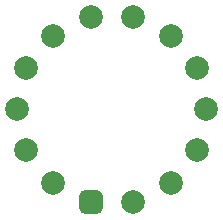
<source format=gtl>
G04 Layer_Physical_Order=1*
G04 Layer_Color=255*
%FSLAX25Y25*%
%MOIN*%
G70*
G01*
G75*
%ADD10C,0.07874*%
G04:AMPARAMS|DCode=11|XSize=78.74mil|YSize=78.74mil|CornerRadius=19.69mil|HoleSize=0mil|Usage=FLASHONLY|Rotation=0.000|XOffset=0mil|YOffset=0mil|HoleType=Round|Shape=RoundedRectangle|*
%AMROUNDEDRECTD11*
21,1,0.07874,0.03937,0,0,0.0*
21,1,0.03937,0.07874,0,0,0.0*
1,1,0.03937,0.01969,-0.01969*
1,1,0.03937,-0.01969,-0.01969*
1,1,0.03937,-0.01969,0.01969*
1,1,0.03937,0.01969,0.01969*
%
%ADD11ROUNDEDRECTD11*%
D10*
X8505Y-28637D02*
D03*
X21134Y-22555D02*
D03*
X29874Y-11596D02*
D03*
X32993Y2069D02*
D03*
X29874Y15735D02*
D03*
X21134Y26694D02*
D03*
X8505Y32776D02*
D03*
X-5512D02*
D03*
X-18141Y26694D02*
D03*
X-26880Y15735D02*
D03*
X-29999Y2069D02*
D03*
X-26880Y-11596D02*
D03*
X-18141Y-22555D02*
D03*
D11*
X-5512Y-28637D02*
D03*
M02*

</source>
